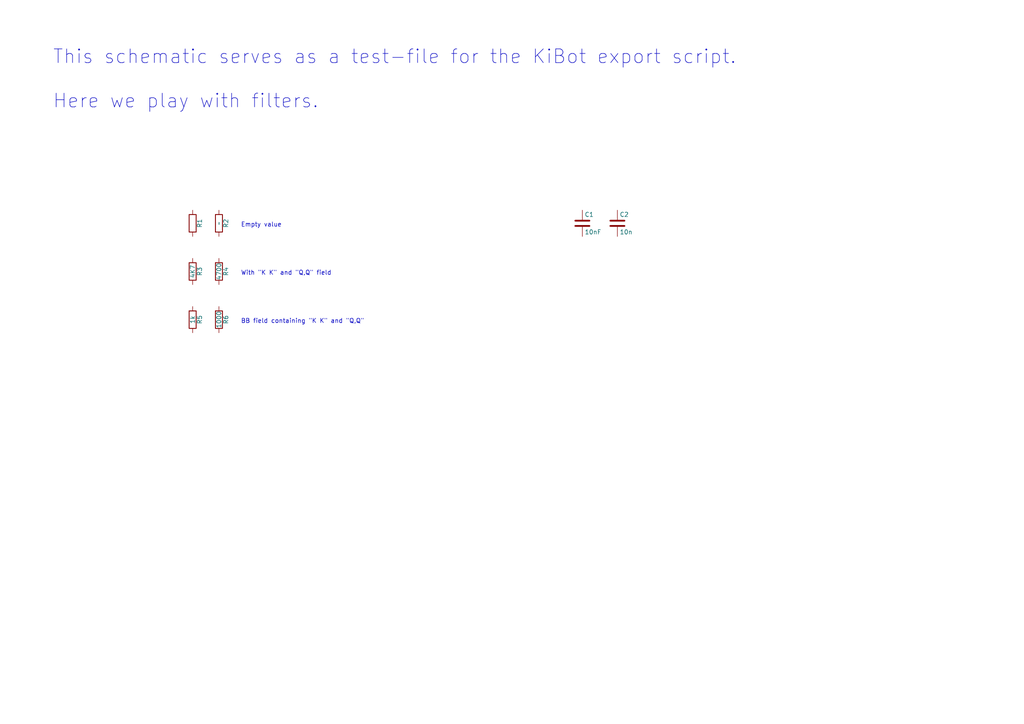
<source format=kicad_sch>
(kicad_sch (version 20231120) (generator "eeschema") (generator_version "8.99")
  (paper "A4")
  (title_block (title "KiBot Filters Test Schematic") (date "2020-08-30") (rev "r1") (company "https://github.com/INTI-CMNB/KiBot"))
  (lib_symbols
    (symbol "Device:C" (pin_numbers hide) (pin_names (offset 0.254))
      (property "Reference" "C" (at 0.635 2.54 0))
      (property "Value" "C" (at 0.635 -2.54 0))
      (symbol "C_0_1"
        (polyline (pts (xy -2.032 -0.762) (xy 2.032 -0.762)) (stroke (width 0.508)))
        (polyline (pts (xy -2.032 0.762) (xy 2.032 0.762)) (stroke (width 0.508)))
      )
      (symbol "C_1_1"
        (pin passive line (at 0 3.81 270) (length 2.794) (name "~") (number "1"))
        (pin passive line (at 0 -3.81 90) (length 2.794) (name "~") (number "2"))
      )
    )
    (symbol "Device:R" (pin_numbers hide) (pin_names (offset 0))
      (property "Reference" "R" (at 2.032 0 90))
      (property "Value" "R" (at 0 0 90))
      (symbol "R_0_1"
        (rectangle (start -1.016 -2.54) (end 1.016 2.54) (stroke (width 0.254)))
      )
      (symbol "R_1_1"
        (pin passive line (at 0 3.81 270) (length 1.27) (name "~") (number "1"))
        (pin passive line (at 0 -3.81 90) (length 1.27) (name "~") (number "2"))
      )
    )
  )
  (text "BB field containing \"K K\" and \"Q,Q\"" (at 69.85 93.98 0) (effects (font (size 1.27 1.27)) (justify left bottom)))
  (text "This schematic serves as a test-file for the KiBot export script.\n\nHere we play with filters." (at 15.24 31.75 0) (effects (font (size 3.9878 3.9878)) (justify left bottom)))
  (text "With \"K K\" and \"Q,Q\" field" (at 69.85 80.01 0) (effects (font (size 1.27 1.27)) (justify left bottom)))
  (text "Empty value" (at 69.85 66.04 0) (effects (font (size 1.27 1.27)) (justify left bottom)))
  (symbol (lib_id "Device:R") (at 55.88 64.77 0) (unit 1)
    (property "Reference" "R1" (at 57.912 64.77 90))
    (property "Value" " " (at 55.88 64.77 90))
    (property "Footprint" "Resistor_SMD:R_0805_2012Metric" (effects (hide yes)))
  )
  (symbol (lib_id "Device:R") (at 63.5 64.77 0) (unit 1)
    (property "Reference" "R2" (at 65.532 64.77 90))
    (property "Value" "~" (at 63.5 64.77 90))
    (property "Footprint" "Resistor_SMD:R_0805_2012Metric" (effects (hide yes)))
  )
  (symbol (lib_id "Device:R") (at 55.88 78.74 0) (unit 1)
    (property "Reference" "R3" (at 57.912 78.74 90))
    (property "Value" "4K7" (at 55.88 78.74 90))
    (property "Footprint" "Resistor_SMD:R_0805_2012Metric" (effects (hide yes)))
  )
  (symbol (lib_id "Device:R") (at 63.5 78.74 0) (unit 1)
    (property "Reference" "R4" (at 65.532 78.74 90))
    (property "Value" "4700" (at 63.5 78.74 90))
    (property "Footprint" "Resistor_SMD:R_0805_2012Metric" (effects (hide yes)))
    (property "Datasheet" "http://www.google.com/" (effects (hide yes)))
  )
  (symbol (lib_id "Device:R") (at 55.88 92.71 0) (unit 1)
    (property "Reference" "R5" (at 57.912 92.71 90))
    (property "Value" "1k" (at 55.88 92.71 90))
    (property "Footprint" "Resistor_SMD:R_0603_1608Metric" (effects (hide yes)))
    (property "BB" "K K" (effects (hide yes)))
  )
  (symbol (lib_id "Device:R") (at 63.5 92.71 0) (unit 1)
    (property "Reference" "R6" (at 65.532 92.71 90))
    (property "Value" "1000" (at 63.5 92.71 90))
    (property "Footprint" "Resistor_SMD:R_0603_1608Metric" (effects (hide yes)))
    (property "BB" "Q,Q" (effects (hide yes)))
  )
  (symbol (lib_id "Device:C") (at 168.91 64.77 0) (unit 1)
    (property "Reference" "C1" (at 169.545 62.23 0) (effects (justify left)))
    (property "Value" "10nF" (at 169.545 67.31 0) (effects (justify left)))
    (property "Footprint" "Capacitor_SMD:C_0603_1608Metric" (effects (hide yes)))
    (property "Datasheet" "This is a long text, wrap check" (effects (hide yes)))
  )
  (symbol (lib_id "Device:C") (at 179.07 64.77 0) (unit 1)
    (property "Reference" "C2" (at 179.705 62.23 0) (effects (justify left)))
    (property "Value" "10n" (at 179.705 67.31 0) (effects (justify left)))
    (property "Footprint" "Capacitor_SMD:C_0603_1608Metric" (effects (hide yes)))
  )
)
</source>
